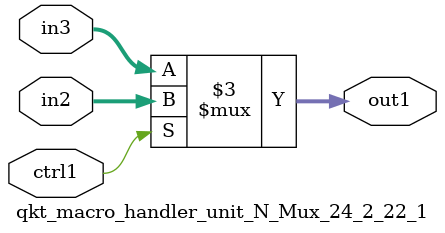
<source format=v>

`timescale 1ps / 1ps


module qkt_macro_handler_unit_N_Mux_24_2_22_1( in3, in2, ctrl1, out1 );

    input [23:0] in3;
    input [23:0] in2;
    input ctrl1;
    output [23:0] out1;
    reg [23:0] out1;

    
    // rtl_process:qkt_macro_handler_unit_N_Mux_24_2_22_1/qkt_macro_handler_unit_N_Mux_24_2_22_1_thread_1
    always @*
      begin : qkt_macro_handler_unit_N_Mux_24_2_22_1_thread_1
        case (ctrl1) 
          1'b1: 
            begin
              out1 = in2;
            end
          default: 
            begin
              out1 = in3;
            end
        endcase
      end

endmodule



</source>
